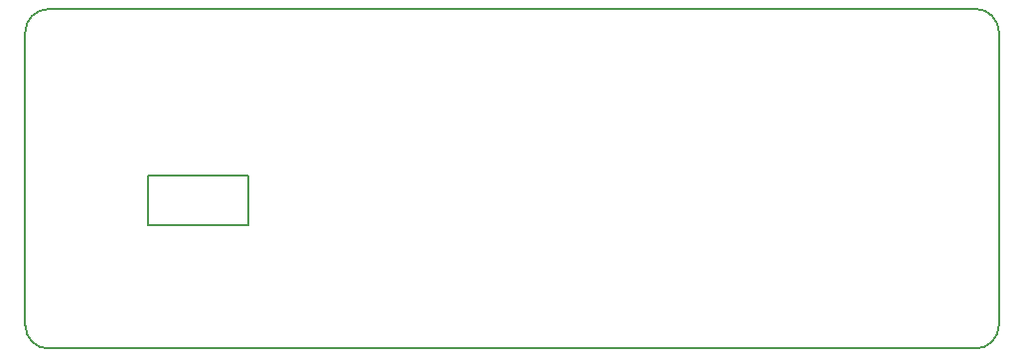
<source format=gbr>
G04 #@! TF.FileFunction,Profile,NP*
%FSLAX46Y46*%
G04 Gerber Fmt 4.6, Leading zero omitted, Abs format (unit mm)*
G04 Created by KiCad (PCBNEW 4.0.6) date Sunday, 17 September 2017 'PMt' 18:01:16*
%MOMM*%
%LPD*%
G01*
G04 APERTURE LIST*
%ADD10C,0.100000*%
%ADD11C,0.150000*%
G04 APERTURE END LIST*
D10*
D11*
X110500000Y-84250000D02*
X110500000Y-84500000D01*
X114750000Y-84250000D02*
X110500000Y-84250000D01*
X110500000Y-88500000D02*
X110500000Y-84500000D01*
X119000000Y-88500000D02*
X110500000Y-88500000D01*
X119000000Y-84250000D02*
X114750000Y-84250000D01*
X119000000Y-88500000D02*
X119000000Y-84250000D01*
X183000000Y-72000000D02*
G75*
G03X181000000Y-70000000I-2000000J0D01*
G01*
X181000000Y-99000000D02*
G75*
G03X183000000Y-97000000I0J2000000D01*
G01*
X100000000Y-97000000D02*
G75*
G03X102000000Y-99000000I2000000J0D01*
G01*
X102000000Y-70000000D02*
G75*
G03X100000000Y-72000000I0J-2000000D01*
G01*
X100000000Y-97000000D02*
X100000000Y-72000000D01*
X181000000Y-99000000D02*
X102000000Y-99000000D01*
X183000000Y-72000000D02*
X183000000Y-97000000D01*
X102000000Y-70000000D02*
X181000000Y-70000000D01*
M02*

</source>
